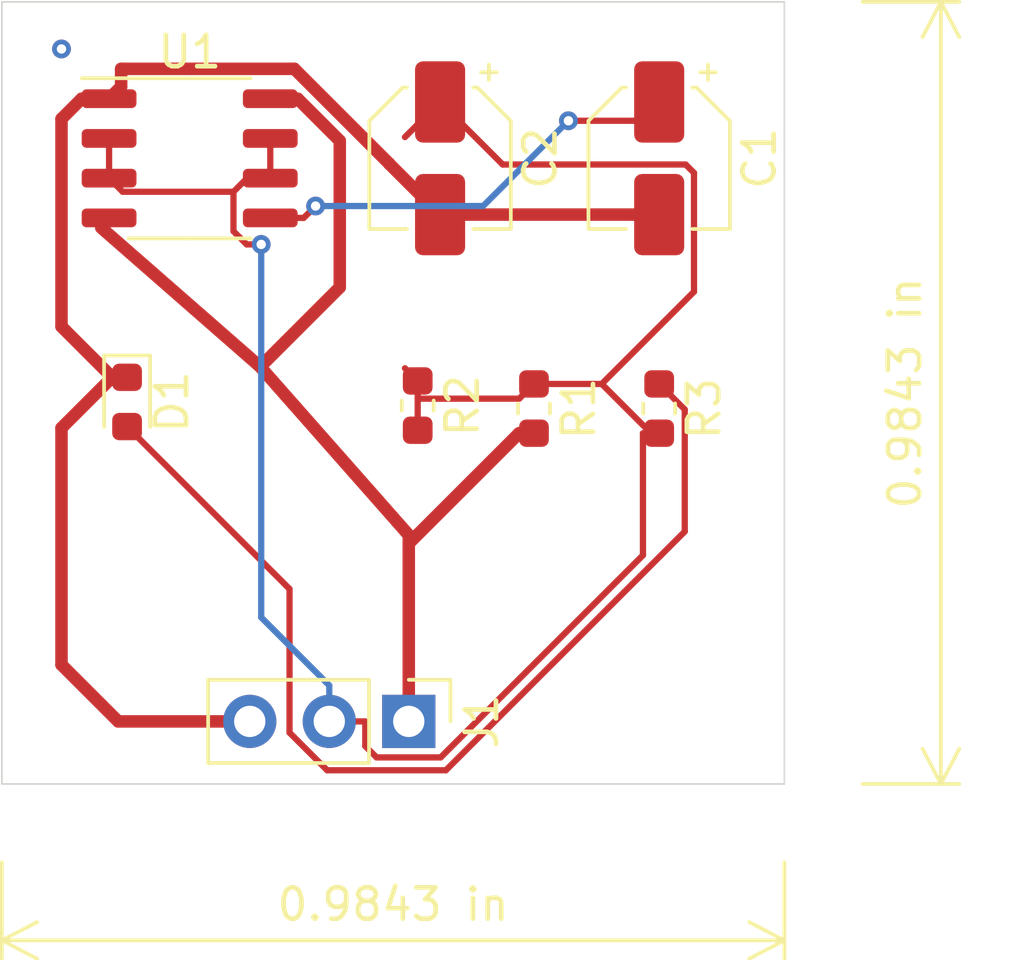
<source format=kicad_pcb>
(kicad_pcb (version 20171130) (host pcbnew "(5.1.5)-3")

  (general
    (thickness 1.6)
    (drawings 6)
    (tracks 97)
    (zones 0)
    (modules 9)
    (nets 6)
  )

  (page A4)
  (layers
    (0 F.Cu signal)
    (31 B.Cu signal)
    (32 B.Adhes user)
    (33 F.Adhes user)
    (34 B.Paste user)
    (35 F.Paste user)
    (36 B.SilkS user)
    (37 F.SilkS user)
    (38 B.Mask user)
    (39 F.Mask user)
    (40 Dwgs.User user)
    (41 Cmts.User user)
    (42 Eco1.User user)
    (43 Eco2.User user)
    (44 Edge.Cuts user)
    (45 Margin user)
    (46 B.CrtYd user)
    (47 F.CrtYd user)
    (48 B.Fab user)
    (49 F.Fab user)
  )

  (setup
    (last_trace_width 0.2)
    (user_trace_width 0.2)
    (user_trace_width 0.4)
    (user_trace_width 0.6)
    (user_trace_width 0.8)
    (user_trace_width 1)
    (user_trace_width 1.2)
    (user_trace_width 1.6)
    (user_trace_width 2)
    (trace_clearance 0.2)
    (zone_clearance 0.508)
    (zone_45_only no)
    (trace_min 0.1524)
    (via_size 0.6)
    (via_drill 0.3)
    (via_min_size 0.5)
    (via_min_drill 0.2)
    (user_via 0.9 0.5)
    (user_via 1.2 0.8)
    (user_via 1.4 0.9)
    (user_via 1.5 1)
    (uvia_size 0.3)
    (uvia_drill 0.1)
    (uvias_allowed no)
    (uvia_min_size 0.2)
    (uvia_min_drill 0.1)
    (edge_width 0.05)
    (segment_width 0.2)
    (pcb_text_width 0.3)
    (pcb_text_size 1.5 1.5)
    (mod_edge_width 0.12)
    (mod_text_size 1 1)
    (mod_text_width 0.15)
    (pad_size 1.524 1.524)
    (pad_drill 0.762)
    (pad_to_mask_clearance 0.051)
    (solder_mask_min_width 0.25)
    (aux_axis_origin 39.5 173)
    (grid_origin 39.5 173)
    (visible_elements 7FFDFF7F)
    (pcbplotparams
      (layerselection 0x010fc_ffffffff)
      (usegerberextensions false)
      (usegerberattributes false)
      (usegerberadvancedattributes false)
      (creategerberjobfile false)
      (excludeedgelayer true)
      (linewidth 0.100000)
      (plotframeref false)
      (viasonmask false)
      (mode 1)
      (useauxorigin false)
      (hpglpennumber 1)
      (hpglpenspeed 20)
      (hpglpendiameter 15.000000)
      (psnegative false)
      (psa4output false)
      (plotreference true)
      (plotvalue true)
      (plotinvisibletext false)
      (padsonsilk false)
      (subtractmaskfromsilk false)
      (outputformat 1)
      (mirror false)
      (drillshape 1)
      (scaleselection 1)
      (outputdirectory ""))
  )

  (net 0 "")
  (net 1 GND)
  (net 2 "Net-(C1-Pad1)")
  (net 3 /OUT)
  (net 4 "Net-(D1-Pad2)")
  (net 5 VCC)

  (net_class Default "これはデフォルトのネット クラスです。"
    (clearance 0.2)
    (trace_width 0.2)
    (via_dia 0.6)
    (via_drill 0.3)
    (uvia_dia 0.3)
    (uvia_drill 0.1)
    (add_net /OUT)
    (add_net GND)
    (add_net "Net-(C1-Pad1)")
    (add_net "Net-(D1-Pad2)")
    (add_net VCC)
  )

  (module MountingHole:MountingHole_3.2mm_M3 (layer F.Cu) (tedit 56D1B4CB) (tstamp 60C29D49)
    (at 60.5 169)
    (descr "Mounting Hole 3.2mm, no annular, M3")
    (tags "mounting hole 3.2mm no annular m3")
    (attr virtual)
    (fp_text reference MH1 (at 0 -4.2) (layer F.SilkS) hide
      (effects (font (size 1 1) (thickness 0.15)))
    )
    (fp_text value MountingHole_3.2mm_M3 (at 0 4.2) (layer F.Fab) hide
      (effects (font (size 1 1) (thickness 0.15)))
    )
    (fp_circle (center 0 0) (end 3.45 0) (layer F.CrtYd) (width 0.05))
    (fp_circle (center 0 0) (end 3.2 0) (layer Cmts.User) (width 0.15))
    (fp_text user %R (at 0.3 0) (layer F.Fab) hide
      (effects (font (size 1 1) (thickness 0.15)))
    )
    (pad 1 np_thru_hole circle (at 0 0) (size 3.2 3.2) (drill 3.2) (layers *.Cu *.Mask))
  )

  (module Capacitor_SMD:CP_Elec_4x4.5 (layer F.Cu) (tedit 5BCA39CF) (tstamp 60C2A59A)
    (at 60.5 153 270)
    (descr "SMD capacitor, aluminum electrolytic, Nichicon, 4.0x4.5mm")
    (tags "capacitor electrolytic")
    (path /60C0B832)
    (attr smd)
    (fp_text reference C1 (at 0 -3.2 90) (layer F.SilkS)
      (effects (font (size 1 1) (thickness 0.15)))
    )
    (fp_text value 0.1u (at 0 3.2 90) (layer F.Fab)
      (effects (font (size 1 1) (thickness 0.15)))
    )
    (fp_text user %R (at 0 0 90) (layer F.Fab)
      (effects (font (size 0.8 0.8) (thickness 0.12)))
    )
    (fp_line (start -3.35 1.05) (end -2.4 1.05) (layer F.CrtYd) (width 0.05))
    (fp_line (start -3.35 -1.05) (end -3.35 1.05) (layer F.CrtYd) (width 0.05))
    (fp_line (start -2.4 -1.05) (end -3.35 -1.05) (layer F.CrtYd) (width 0.05))
    (fp_line (start -2.4 1.05) (end -2.4 1.25) (layer F.CrtYd) (width 0.05))
    (fp_line (start -2.4 -1.25) (end -2.4 -1.05) (layer F.CrtYd) (width 0.05))
    (fp_line (start -2.4 -1.25) (end -1.25 -2.4) (layer F.CrtYd) (width 0.05))
    (fp_line (start -2.4 1.25) (end -1.25 2.4) (layer F.CrtYd) (width 0.05))
    (fp_line (start -1.25 -2.4) (end 2.4 -2.4) (layer F.CrtYd) (width 0.05))
    (fp_line (start -1.25 2.4) (end 2.4 2.4) (layer F.CrtYd) (width 0.05))
    (fp_line (start 2.4 1.05) (end 2.4 2.4) (layer F.CrtYd) (width 0.05))
    (fp_line (start 3.35 1.05) (end 2.4 1.05) (layer F.CrtYd) (width 0.05))
    (fp_line (start 3.35 -1.05) (end 3.35 1.05) (layer F.CrtYd) (width 0.05))
    (fp_line (start 2.4 -1.05) (end 3.35 -1.05) (layer F.CrtYd) (width 0.05))
    (fp_line (start 2.4 -2.4) (end 2.4 -1.05) (layer F.CrtYd) (width 0.05))
    (fp_line (start -2.75 -1.81) (end -2.75 -1.31) (layer F.SilkS) (width 0.12))
    (fp_line (start -3 -1.56) (end -2.5 -1.56) (layer F.SilkS) (width 0.12))
    (fp_line (start -2.26 1.195563) (end -1.195563 2.26) (layer F.SilkS) (width 0.12))
    (fp_line (start -2.26 -1.195563) (end -1.195563 -2.26) (layer F.SilkS) (width 0.12))
    (fp_line (start -2.26 -1.195563) (end -2.26 -1.06) (layer F.SilkS) (width 0.12))
    (fp_line (start -2.26 1.195563) (end -2.26 1.06) (layer F.SilkS) (width 0.12))
    (fp_line (start -1.195563 2.26) (end 2.26 2.26) (layer F.SilkS) (width 0.12))
    (fp_line (start -1.195563 -2.26) (end 2.26 -2.26) (layer F.SilkS) (width 0.12))
    (fp_line (start 2.26 -2.26) (end 2.26 -1.06) (layer F.SilkS) (width 0.12))
    (fp_line (start 2.26 2.26) (end 2.26 1.06) (layer F.SilkS) (width 0.12))
    (fp_line (start -1.374773 -1.2) (end -1.374773 -0.8) (layer F.Fab) (width 0.1))
    (fp_line (start -1.574773 -1) (end -1.174773 -1) (layer F.Fab) (width 0.1))
    (fp_line (start -2.15 1.15) (end -1.15 2.15) (layer F.Fab) (width 0.1))
    (fp_line (start -2.15 -1.15) (end -1.15 -2.15) (layer F.Fab) (width 0.1))
    (fp_line (start -2.15 -1.15) (end -2.15 1.15) (layer F.Fab) (width 0.1))
    (fp_line (start -1.15 2.15) (end 2.15 2.15) (layer F.Fab) (width 0.1))
    (fp_line (start -1.15 -2.15) (end 2.15 -2.15) (layer F.Fab) (width 0.1))
    (fp_line (start 2.15 -2.15) (end 2.15 2.15) (layer F.Fab) (width 0.1))
    (fp_circle (center 0 0) (end 2 0) (layer F.Fab) (width 0.1))
    (pad 2 smd roundrect (at 1.8 0 270) (size 2.6 1.6) (layers F.Cu F.Paste F.Mask) (roundrect_rratio 0.15625)
      (net 1 GND))
    (pad 1 smd roundrect (at -1.8 0 270) (size 2.6 1.6) (layers F.Cu F.Paste F.Mask) (roundrect_rratio 0.15625)
      (net 2 "Net-(C1-Pad1)"))
    (model ${KISYS3DMOD}/Capacitor_SMD.3dshapes/CP_Elec_4x4.5.wrl
      (at (xyz 0 0 0))
      (scale (xyz 1 1 1))
      (rotate (xyz 0 0 0))
    )
  )

  (module Capacitor_SMD:CP_Elec_4x4.5 (layer F.Cu) (tedit 5BCA39CF) (tstamp 60C2A5C2)
    (at 53.5 153 270)
    (descr "SMD capacitor, aluminum electrolytic, Nichicon, 4.0x4.5mm")
    (tags "capacitor electrolytic")
    (path /60C0B2FC)
    (attr smd)
    (fp_text reference C2 (at 0 -3.2 90) (layer F.SilkS)
      (effects (font (size 1 1) (thickness 0.15)))
    )
    (fp_text value 10u (at 0 3.2 90) (layer F.Fab)
      (effects (font (size 1 1) (thickness 0.15)))
    )
    (fp_circle (center 0 0) (end 2 0) (layer F.Fab) (width 0.1))
    (fp_line (start 2.15 -2.15) (end 2.15 2.15) (layer F.Fab) (width 0.1))
    (fp_line (start -1.15 -2.15) (end 2.15 -2.15) (layer F.Fab) (width 0.1))
    (fp_line (start -1.15 2.15) (end 2.15 2.15) (layer F.Fab) (width 0.1))
    (fp_line (start -2.15 -1.15) (end -2.15 1.15) (layer F.Fab) (width 0.1))
    (fp_line (start -2.15 -1.15) (end -1.15 -2.15) (layer F.Fab) (width 0.1))
    (fp_line (start -2.15 1.15) (end -1.15 2.15) (layer F.Fab) (width 0.1))
    (fp_line (start -1.574773 -1) (end -1.174773 -1) (layer F.Fab) (width 0.1))
    (fp_line (start -1.374773 -1.2) (end -1.374773 -0.8) (layer F.Fab) (width 0.1))
    (fp_line (start 2.26 2.26) (end 2.26 1.06) (layer F.SilkS) (width 0.12))
    (fp_line (start 2.26 -2.26) (end 2.26 -1.06) (layer F.SilkS) (width 0.12))
    (fp_line (start -1.195563 -2.26) (end 2.26 -2.26) (layer F.SilkS) (width 0.12))
    (fp_line (start -1.195563 2.26) (end 2.26 2.26) (layer F.SilkS) (width 0.12))
    (fp_line (start -2.26 1.195563) (end -2.26 1.06) (layer F.SilkS) (width 0.12))
    (fp_line (start -2.26 -1.195563) (end -2.26 -1.06) (layer F.SilkS) (width 0.12))
    (fp_line (start -2.26 -1.195563) (end -1.195563 -2.26) (layer F.SilkS) (width 0.12))
    (fp_line (start -2.26 1.195563) (end -1.195563 2.26) (layer F.SilkS) (width 0.12))
    (fp_line (start -3 -1.56) (end -2.5 -1.56) (layer F.SilkS) (width 0.12))
    (fp_line (start -2.75 -1.81) (end -2.75 -1.31) (layer F.SilkS) (width 0.12))
    (fp_line (start 2.4 -2.4) (end 2.4 -1.05) (layer F.CrtYd) (width 0.05))
    (fp_line (start 2.4 -1.05) (end 3.35 -1.05) (layer F.CrtYd) (width 0.05))
    (fp_line (start 3.35 -1.05) (end 3.35 1.05) (layer F.CrtYd) (width 0.05))
    (fp_line (start 3.35 1.05) (end 2.4 1.05) (layer F.CrtYd) (width 0.05))
    (fp_line (start 2.4 1.05) (end 2.4 2.4) (layer F.CrtYd) (width 0.05))
    (fp_line (start -1.25 2.4) (end 2.4 2.4) (layer F.CrtYd) (width 0.05))
    (fp_line (start -1.25 -2.4) (end 2.4 -2.4) (layer F.CrtYd) (width 0.05))
    (fp_line (start -2.4 1.25) (end -1.25 2.4) (layer F.CrtYd) (width 0.05))
    (fp_line (start -2.4 -1.25) (end -1.25 -2.4) (layer F.CrtYd) (width 0.05))
    (fp_line (start -2.4 -1.25) (end -2.4 -1.05) (layer F.CrtYd) (width 0.05))
    (fp_line (start -2.4 1.05) (end -2.4 1.25) (layer F.CrtYd) (width 0.05))
    (fp_line (start -2.4 -1.05) (end -3.35 -1.05) (layer F.CrtYd) (width 0.05))
    (fp_line (start -3.35 -1.05) (end -3.35 1.05) (layer F.CrtYd) (width 0.05))
    (fp_line (start -3.35 1.05) (end -2.4 1.05) (layer F.CrtYd) (width 0.05))
    (fp_text user %R (at 0 0 90) (layer F.Fab)
      (effects (font (size 0.8 0.8) (thickness 0.12)))
    )
    (pad 1 smd roundrect (at -1.8 0 270) (size 2.6 1.6) (layers F.Cu F.Paste F.Mask) (roundrect_rratio 0.15625)
      (net 3 /OUT))
    (pad 2 smd roundrect (at 1.8 0 270) (size 2.6 1.6) (layers F.Cu F.Paste F.Mask) (roundrect_rratio 0.15625)
      (net 1 GND))
    (model ${KISYS3DMOD}/Capacitor_SMD.3dshapes/CP_Elec_4x4.5.wrl
      (at (xyz 0 0 0))
      (scale (xyz 1 1 1))
      (rotate (xyz 0 0 0))
    )
  )

  (module LED_SMD:LED_0603_1608Metric (layer F.Cu) (tedit 5B301BBE) (tstamp 60C2A5D5)
    (at 43.5 160.788 270)
    (descr "LED SMD 0603 (1608 Metric), square (rectangular) end terminal, IPC_7351 nominal, (Body size source: http://www.tortai-tech.com/upload/download/2011102023233369053.pdf), generated with kicad-footprint-generator")
    (tags diode)
    (path /60C0BC49)
    (attr smd)
    (fp_text reference D1 (at 0 -1.43 90) (layer F.SilkS)
      (effects (font (size 1 1) (thickness 0.15)))
    )
    (fp_text value LED (at 0 1.43 90) (layer F.Fab)
      (effects (font (size 1 1) (thickness 0.15)))
    )
    (fp_line (start 0.8 -0.4) (end -0.5 -0.4) (layer F.Fab) (width 0.1))
    (fp_line (start -0.5 -0.4) (end -0.8 -0.1) (layer F.Fab) (width 0.1))
    (fp_line (start -0.8 -0.1) (end -0.8 0.4) (layer F.Fab) (width 0.1))
    (fp_line (start -0.8 0.4) (end 0.8 0.4) (layer F.Fab) (width 0.1))
    (fp_line (start 0.8 0.4) (end 0.8 -0.4) (layer F.Fab) (width 0.1))
    (fp_line (start 0.8 -0.735) (end -1.485 -0.735) (layer F.SilkS) (width 0.12))
    (fp_line (start -1.485 -0.735) (end -1.485 0.735) (layer F.SilkS) (width 0.12))
    (fp_line (start -1.485 0.735) (end 0.8 0.735) (layer F.SilkS) (width 0.12))
    (fp_line (start -1.48 0.73) (end -1.48 -0.73) (layer F.CrtYd) (width 0.05))
    (fp_line (start -1.48 -0.73) (end 1.48 -0.73) (layer F.CrtYd) (width 0.05))
    (fp_line (start 1.48 -0.73) (end 1.48 0.73) (layer F.CrtYd) (width 0.05))
    (fp_line (start 1.48 0.73) (end -1.48 0.73) (layer F.CrtYd) (width 0.05))
    (fp_text user %R (at 0 0 90) (layer F.Fab)
      (effects (font (size 0.4 0.4) (thickness 0.06)))
    )
    (pad 1 smd roundrect (at -0.7875 0 270) (size 0.875 0.95) (layers F.Cu F.Paste F.Mask) (roundrect_rratio 0.25)
      (net 1 GND))
    (pad 2 smd roundrect (at 0.7875 0 270) (size 0.875 0.95) (layers F.Cu F.Paste F.Mask) (roundrect_rratio 0.25)
      (net 4 "Net-(D1-Pad2)"))
    (model ${KISYS3DMOD}/LED_SMD.3dshapes/LED_0603_1608Metric.wrl
      (at (xyz 0 0 0))
      (scale (xyz 1 1 1))
      (rotate (xyz 0 0 0))
    )
  )

  (module Connector_PinHeader_2.54mm:PinHeader_1x03_P2.54mm_Vertical (layer F.Cu) (tedit 59FED5CC) (tstamp 60C2A5EC)
    (at 52.5 171 270)
    (descr "Through hole straight pin header, 1x03, 2.54mm pitch, single row")
    (tags "Through hole pin header THT 1x03 2.54mm single row")
    (path /60C2C4A7)
    (fp_text reference J1 (at 0 -2.33 90) (layer F.SilkS)
      (effects (font (size 1 1) (thickness 0.15)))
    )
    (fp_text value Conn_01x03_Male (at 0 7.41 90) (layer F.Fab)
      (effects (font (size 1 1) (thickness 0.15)))
    )
    (fp_line (start -0.635 -1.27) (end 1.27 -1.27) (layer F.Fab) (width 0.1))
    (fp_line (start 1.27 -1.27) (end 1.27 6.35) (layer F.Fab) (width 0.1))
    (fp_line (start 1.27 6.35) (end -1.27 6.35) (layer F.Fab) (width 0.1))
    (fp_line (start -1.27 6.35) (end -1.27 -0.635) (layer F.Fab) (width 0.1))
    (fp_line (start -1.27 -0.635) (end -0.635 -1.27) (layer F.Fab) (width 0.1))
    (fp_line (start -1.33 6.41) (end 1.33 6.41) (layer F.SilkS) (width 0.12))
    (fp_line (start -1.33 1.27) (end -1.33 6.41) (layer F.SilkS) (width 0.12))
    (fp_line (start 1.33 1.27) (end 1.33 6.41) (layer F.SilkS) (width 0.12))
    (fp_line (start -1.33 1.27) (end 1.33 1.27) (layer F.SilkS) (width 0.12))
    (fp_line (start -1.33 0) (end -1.33 -1.33) (layer F.SilkS) (width 0.12))
    (fp_line (start -1.33 -1.33) (end 0 -1.33) (layer F.SilkS) (width 0.12))
    (fp_line (start -1.8 -1.8) (end -1.8 6.85) (layer F.CrtYd) (width 0.05))
    (fp_line (start -1.8 6.85) (end 1.8 6.85) (layer F.CrtYd) (width 0.05))
    (fp_line (start 1.8 6.85) (end 1.8 -1.8) (layer F.CrtYd) (width 0.05))
    (fp_line (start 1.8 -1.8) (end -1.8 -1.8) (layer F.CrtYd) (width 0.05))
    (fp_text user %R (at 0 2.54) (layer F.Fab)
      (effects (font (size 1 1) (thickness 0.15)))
    )
    (pad 1 thru_hole rect (at 0 0 270) (size 1.7 1.7) (drill 1) (layers *.Cu *.Mask)
      (net 5 VCC))
    (pad 2 thru_hole oval (at 0 2.54 270) (size 1.7 1.7) (drill 1) (layers *.Cu *.Mask)
      (net 3 /OUT))
    (pad 3 thru_hole oval (at 0 5.08 270) (size 1.7 1.7) (drill 1) (layers *.Cu *.Mask)
      (net 1 GND))
    (model ${KISYS3DMOD}/Connector_PinHeader_2.54mm.3dshapes/PinHeader_1x03_P2.54mm_Vertical.wrl
      (at (xyz 0 0 0))
      (scale (xyz 1 1 1))
      (rotate (xyz 0 0 0))
    )
  )

  (module Resistor_SMD:R_0603_1608Metric (layer F.Cu) (tedit 5B301BBD) (tstamp 60C2A5FD)
    (at 56.5 161 270)
    (descr "Resistor SMD 0603 (1608 Metric), square (rectangular) end terminal, IPC_7351 nominal, (Body size source: http://www.tortai-tech.com/upload/download/2011102023233369053.pdf), generated with kicad-footprint-generator")
    (tags resistor)
    (path /60C34DCF)
    (attr smd)
    (fp_text reference R1 (at 0 -1.43 90) (layer F.SilkS)
      (effects (font (size 1 1) (thickness 0.15)))
    )
    (fp_text value 330 (at 0 1.43 90) (layer F.Fab)
      (effects (font (size 1 1) (thickness 0.15)))
    )
    (fp_line (start -0.8 0.4) (end -0.8 -0.4) (layer F.Fab) (width 0.1))
    (fp_line (start -0.8 -0.4) (end 0.8 -0.4) (layer F.Fab) (width 0.1))
    (fp_line (start 0.8 -0.4) (end 0.8 0.4) (layer F.Fab) (width 0.1))
    (fp_line (start 0.8 0.4) (end -0.8 0.4) (layer F.Fab) (width 0.1))
    (fp_line (start -0.162779 -0.51) (end 0.162779 -0.51) (layer F.SilkS) (width 0.12))
    (fp_line (start -0.162779 0.51) (end 0.162779 0.51) (layer F.SilkS) (width 0.12))
    (fp_line (start -1.48 0.73) (end -1.48 -0.73) (layer F.CrtYd) (width 0.05))
    (fp_line (start -1.48 -0.73) (end 1.48 -0.73) (layer F.CrtYd) (width 0.05))
    (fp_line (start 1.48 -0.73) (end 1.48 0.73) (layer F.CrtYd) (width 0.05))
    (fp_line (start 1.48 0.73) (end -1.48 0.73) (layer F.CrtYd) (width 0.05))
    (fp_text user %R (at 0 0 90) (layer F.Fab)
      (effects (font (size 0.4 0.4) (thickness 0.06)))
    )
    (pad 1 smd roundrect (at -0.7875 0 270) (size 0.875 0.95) (layers F.Cu F.Paste F.Mask) (roundrect_rratio 0.25)
      (net 3 /OUT))
    (pad 2 smd roundrect (at 0.7875 0 270) (size 0.875 0.95) (layers F.Cu F.Paste F.Mask) (roundrect_rratio 0.25)
      (net 5 VCC))
    (model ${KISYS3DMOD}/Resistor_SMD.3dshapes/R_0603_1608Metric.wrl
      (at (xyz 0 0 0))
      (scale (xyz 1 1 1))
      (rotate (xyz 0 0 0))
    )
  )

  (module Resistor_SMD:R_0603_1608Metric (layer F.Cu) (tedit 5B301BBD) (tstamp 60C2A60E)
    (at 52.785 160.905 270)
    (descr "Resistor SMD 0603 (1608 Metric), square (rectangular) end terminal, IPC_7351 nominal, (Body size source: http://www.tortai-tech.com/upload/download/2011102023233369053.pdf), generated with kicad-footprint-generator")
    (tags resistor)
    (path /60C371C9)
    (attr smd)
    (fp_text reference R2 (at 0 -1.43 90) (layer F.SilkS)
      (effects (font (size 1 1) (thickness 0.15)))
    )
    (fp_text value 47K (at 0 1.43 90) (layer F.Fab)
      (effects (font (size 1 1) (thickness 0.15)))
    )
    (fp_text user %R (at 0 0 90) (layer F.Fab)
      (effects (font (size 0.4 0.4) (thickness 0.06)))
    )
    (fp_line (start 1.48 0.73) (end -1.48 0.73) (layer F.CrtYd) (width 0.05))
    (fp_line (start 1.48 -0.73) (end 1.48 0.73) (layer F.CrtYd) (width 0.05))
    (fp_line (start -1.48 -0.73) (end 1.48 -0.73) (layer F.CrtYd) (width 0.05))
    (fp_line (start -1.48 0.73) (end -1.48 -0.73) (layer F.CrtYd) (width 0.05))
    (fp_line (start -0.162779 0.51) (end 0.162779 0.51) (layer F.SilkS) (width 0.12))
    (fp_line (start -0.162779 -0.51) (end 0.162779 -0.51) (layer F.SilkS) (width 0.12))
    (fp_line (start 0.8 0.4) (end -0.8 0.4) (layer F.Fab) (width 0.1))
    (fp_line (start 0.8 -0.4) (end 0.8 0.4) (layer F.Fab) (width 0.1))
    (fp_line (start -0.8 -0.4) (end 0.8 -0.4) (layer F.Fab) (width 0.1))
    (fp_line (start -0.8 0.4) (end -0.8 -0.4) (layer F.Fab) (width 0.1))
    (pad 2 smd roundrect (at 0.7875 0 270) (size 0.875 0.95) (layers F.Cu F.Paste F.Mask) (roundrect_rratio 0.25)
      (net 3 /OUT))
    (pad 1 smd roundrect (at -0.7875 0 270) (size 0.875 0.95) (layers F.Cu F.Paste F.Mask) (roundrect_rratio 0.25)
      (net 3 /OUT))
    (model ${KISYS3DMOD}/Resistor_SMD.3dshapes/R_0603_1608Metric.wrl
      (at (xyz 0 0 0))
      (scale (xyz 1 1 1))
      (rotate (xyz 0 0 0))
    )
  )

  (module Resistor_SMD:R_0603_1608Metric (layer F.Cu) (tedit 5B301BBD) (tstamp 60C2A61F)
    (at 60.5 161 270)
    (descr "Resistor SMD 0603 (1608 Metric), square (rectangular) end terminal, IPC_7351 nominal, (Body size source: http://www.tortai-tech.com/upload/download/2011102023233369053.pdf), generated with kicad-footprint-generator")
    (tags resistor)
    (path /60C3728A)
    (attr smd)
    (fp_text reference R3 (at 0 -1.43 90) (layer F.SilkS)
      (effects (font (size 1 1) (thickness 0.15)))
    )
    (fp_text value 330 (at 0 1.43 90) (layer F.Fab)
      (effects (font (size 1 1) (thickness 0.15)))
    )
    (fp_line (start -0.8 0.4) (end -0.8 -0.4) (layer F.Fab) (width 0.1))
    (fp_line (start -0.8 -0.4) (end 0.8 -0.4) (layer F.Fab) (width 0.1))
    (fp_line (start 0.8 -0.4) (end 0.8 0.4) (layer F.Fab) (width 0.1))
    (fp_line (start 0.8 0.4) (end -0.8 0.4) (layer F.Fab) (width 0.1))
    (fp_line (start -0.162779 -0.51) (end 0.162779 -0.51) (layer F.SilkS) (width 0.12))
    (fp_line (start -0.162779 0.51) (end 0.162779 0.51) (layer F.SilkS) (width 0.12))
    (fp_line (start -1.48 0.73) (end -1.48 -0.73) (layer F.CrtYd) (width 0.05))
    (fp_line (start -1.48 -0.73) (end 1.48 -0.73) (layer F.CrtYd) (width 0.05))
    (fp_line (start 1.48 -0.73) (end 1.48 0.73) (layer F.CrtYd) (width 0.05))
    (fp_line (start 1.48 0.73) (end -1.48 0.73) (layer F.CrtYd) (width 0.05))
    (fp_text user %R (at 0 0) (layer F.Fab)
      (effects (font (size 0.4 0.4) (thickness 0.06)))
    )
    (pad 1 smd roundrect (at -0.7875 0 270) (size 0.875 0.95) (layers F.Cu F.Paste F.Mask) (roundrect_rratio 0.25)
      (net 4 "Net-(D1-Pad2)"))
    (pad 2 smd roundrect (at 0.7875 0 270) (size 0.875 0.95) (layers F.Cu F.Paste F.Mask) (roundrect_rratio 0.25)
      (net 3 /OUT))
    (model ${KISYS3DMOD}/Resistor_SMD.3dshapes/R_0603_1608Metric.wrl
      (at (xyz 0 0 0))
      (scale (xyz 1 1 1))
      (rotate (xyz 0 0 0))
    )
  )

  (module Package_SO:SO-8_3.9x4.9mm_P1.27mm (layer F.Cu) (tedit 5D9F72B1) (tstamp 60C2A639)
    (at 45.5 153)
    (descr "SO, 8 Pin (https://www.nxp.com/docs/en/data-sheet/PCF8523.pdf), generated with kicad-footprint-generator ipc_gullwing_generator.py")
    (tags "SO SO")
    (path /60C60BCA)
    (attr smd)
    (fp_text reference U1 (at 0 -3.4) (layer F.SilkS)
      (effects (font (size 1 1) (thickness 0.15)))
    )
    (fp_text value LM555 (at 0 3.4) (layer F.Fab)
      (effects (font (size 1 1) (thickness 0.15)))
    )
    (fp_line (start 0 2.56) (end 1.95 2.56) (layer F.SilkS) (width 0.12))
    (fp_line (start 0 2.56) (end -1.95 2.56) (layer F.SilkS) (width 0.12))
    (fp_line (start 0 -2.56) (end 1.95 -2.56) (layer F.SilkS) (width 0.12))
    (fp_line (start 0 -2.56) (end -3.45 -2.56) (layer F.SilkS) (width 0.12))
    (fp_line (start -0.975 -2.45) (end 1.95 -2.45) (layer F.Fab) (width 0.1))
    (fp_line (start 1.95 -2.45) (end 1.95 2.45) (layer F.Fab) (width 0.1))
    (fp_line (start 1.95 2.45) (end -1.95 2.45) (layer F.Fab) (width 0.1))
    (fp_line (start -1.95 2.45) (end -1.95 -1.475) (layer F.Fab) (width 0.1))
    (fp_line (start -1.95 -1.475) (end -0.975 -2.45) (layer F.Fab) (width 0.1))
    (fp_line (start -3.7 -2.7) (end -3.7 2.7) (layer F.CrtYd) (width 0.05))
    (fp_line (start -3.7 2.7) (end 3.7 2.7) (layer F.CrtYd) (width 0.05))
    (fp_line (start 3.7 2.7) (end 3.7 -2.7) (layer F.CrtYd) (width 0.05))
    (fp_line (start 3.7 -2.7) (end -3.7 -2.7) (layer F.CrtYd) (width 0.05))
    (fp_text user %R (at 0 0) (layer F.Fab)
      (effects (font (size 0.98 0.98) (thickness 0.15)))
    )
    (pad 1 smd roundrect (at -2.575 -1.905) (size 1.75 0.6) (layers F.Cu F.Paste F.Mask) (roundrect_rratio 0.25)
      (net 1 GND))
    (pad 2 smd roundrect (at -2.575 -0.635) (size 1.75 0.6) (layers F.Cu F.Paste F.Mask) (roundrect_rratio 0.25)
      (net 3 /OUT))
    (pad 3 smd roundrect (at -2.575 0.635) (size 1.75 0.6) (layers F.Cu F.Paste F.Mask) (roundrect_rratio 0.25)
      (net 3 /OUT))
    (pad 4 smd roundrect (at -2.575 1.905) (size 1.75 0.6) (layers F.Cu F.Paste F.Mask) (roundrect_rratio 0.25)
      (net 5 VCC))
    (pad 5 smd roundrect (at 2.575 1.905) (size 1.75 0.6) (layers F.Cu F.Paste F.Mask) (roundrect_rratio 0.25)
      (net 2 "Net-(C1-Pad1)"))
    (pad 6 smd roundrect (at 2.575 0.635) (size 1.75 0.6) (layers F.Cu F.Paste F.Mask) (roundrect_rratio 0.25)
      (net 3 /OUT))
    (pad 7 smd roundrect (at 2.575 -0.635) (size 1.75 0.6) (layers F.Cu F.Paste F.Mask) (roundrect_rratio 0.25)
      (net 3 /OUT))
    (pad 8 smd roundrect (at 2.575 -1.905) (size 1.75 0.6) (layers F.Cu F.Paste F.Mask) (roundrect_rratio 0.25)
      (net 5 VCC))
    (model ${KISYS3DMOD}/Package_SO.3dshapes/SO-8_3.9x4.9mm_P1.27mm.wrl
      (at (xyz 0 0 0))
      (scale (xyz 1 1 1))
      (rotate (xyz 0 0 0))
    )
  )

  (dimension 25 (width 0.12) (layer F.SilkS)
    (gr_text "25.000 mm" (at 70.77 160.5 270) (layer F.SilkS)
      (effects (font (size 1 1) (thickness 0.15)))
    )
    (feature1 (pts (xy 67 173) (xy 70.086421 173)))
    (feature2 (pts (xy 67 148) (xy 70.086421 148)))
    (crossbar (pts (xy 69.5 148) (xy 69.5 173)))
    (arrow1a (pts (xy 69.5 173) (xy 68.913579 171.873496)))
    (arrow1b (pts (xy 69.5 173) (xy 70.086421 171.873496)))
    (arrow2a (pts (xy 69.5 148) (xy 68.913579 149.126504)))
    (arrow2b (pts (xy 69.5 148) (xy 70.086421 149.126504)))
  )
  (dimension 25 (width 0.12) (layer F.SilkS)
    (gr_text "25.000 mm" (at 52 179.27) (layer F.SilkS)
      (effects (font (size 1 1) (thickness 0.15)))
    )
    (feature1 (pts (xy 64.5 175.5) (xy 64.5 178.586421)))
    (feature2 (pts (xy 39.5 175.5) (xy 39.5 178.586421)))
    (crossbar (pts (xy 39.5 178) (xy 64.5 178)))
    (arrow1a (pts (xy 64.5 178) (xy 63.373496 178.586421)))
    (arrow1b (pts (xy 64.5 178) (xy 63.373496 177.413579)))
    (arrow2a (pts (xy 39.5 178) (xy 40.626504 178.586421)))
    (arrow2b (pts (xy 39.5 178) (xy 40.626504 177.413579)))
  )
  (gr_line (start 39.5 148) (end 39.5 173) (layer Edge.Cuts) (width 0.05) (tstamp 60C1A200))
  (gr_line (start 64.5 148) (end 39.5 148) (layer Edge.Cuts) (width 0.05))
  (gr_line (start 64.5 173) (end 64.5 148) (layer Edge.Cuts) (width 0.05))
  (gr_line (start 39.5 173) (end 64.5 173) (layer Edge.Cuts) (width 0.05))

  (via (at 41.405 149.505) (size 0.6) (drill 0.3) (layers F.Cu B.Cu) (net 1))
  (segment (start 53.5 154.8) (end 60.5 154.8) (width 0.4) (layer F.Cu) (net 1))
  (segment (start 53.5 154.8) (end 51.8783 153.178) (width 0.4) (layer F.Cu) (net 1))
  (segment (start 51.8783 153.178) (end 51.8783 153.175) (width 0.4) (layer F.Cu) (net 1))
  (segment (start 51.8783 153.175) (end 48.8435 150.14) (width 0.4) (layer F.Cu) (net 1))
  (segment (start 48.8435 150.14) (end 43.31 150.14) (width 0.4) (layer F.Cu) (net 1))
  (segment (start 43.31 150.14) (end 43.31 150.71) (width 0.4) (layer F.Cu) (net 1))
  (segment (start 43.31 150.71) (end 42.925 151.095) (width 0.4) (layer F.Cu) (net 1))
  (segment (start 43.025 160) (end 41.405 158.38) (width 0.4) (layer F.Cu) (net 1))
  (segment (start 41.405 158.38) (end 41.405 151.74) (width 0.4) (layer F.Cu) (net 1))
  (segment (start 41.405 151.74) (end 42.05 151.095) (width 0.4) (layer F.Cu) (net 1))
  (segment (start 42.05 151.095) (end 42.925 151.095) (width 0.4) (layer F.Cu) (net 1))
  (segment (start 47.42 171) (end 43.215 171) (width 0.4) (layer F.Cu) (net 1))
  (segment (start 43.215 171) (end 41.405 169.19) (width 0.4) (layer F.Cu) (net 1))
  (segment (start 41.405 169.19) (end 41.405 161.62) (width 0.4) (layer F.Cu) (net 1))
  (segment (start 41.405 161.62) (end 43.025 160) (width 0.4) (layer F.Cu) (net 1))
  (segment (start 43.025 160) (end 43.5 160) (width 0.4) (layer F.Cu) (net 1))
  (segment (start 57.6 151.8) (end 59.9 151.8) (width 0.2) (layer F.Cu) (net 2))
  (segment (start 59.9 151.8) (end 60.5 151.2) (width 0.2) (layer F.Cu) (net 2))
  (segment (start 49.5228 154.526) (end 54.874 154.526) (width 0.2) (layer B.Cu) (net 2))
  (segment (start 54.874 154.526) (end 57.6 151.8) (width 0.2) (layer B.Cu) (net 2))
  (segment (start 48.075 154.905) (end 49.1438 154.905) (width 0.2) (layer F.Cu) (net 2))
  (segment (start 49.1438 154.905) (end 49.5228 154.526) (width 0.2) (layer F.Cu) (net 2))
  (segment (start 48.075 154.905) (end 47.8123 154.905) (width 0.2) (layer F.Cu) (net 2))
  (via (at 57.6 151.8) (size 0.6) (layers F.Cu B.Cu) (net 2))
  (via (at 49.5228 154.526) (size 0.6) (layers F.Cu B.Cu) (net 2))
  (segment (start 49.96 171) (end 51.1103 171) (width 0.2) (layer F.Cu) (net 3))
  (segment (start 51.1103 171) (end 51.1103 171.7909) (width 0.2) (layer F.Cu) (net 3))
  (segment (start 51.1103 171.7909) (end 51.4697 172.1503) (width 0.2) (layer F.Cu) (net 3))
  (segment (start 51.4697 172.1503) (end 53.5186 172.1503) (width 0.2) (layer F.Cu) (net 3))
  (segment (start 53.5186 172.1503) (end 59.9817 165.6872) (width 0.2) (layer F.Cu) (net 3))
  (segment (start 59.9817 165.6872) (end 59.9817 161.788) (width 0.2) (layer F.Cu) (net 3))
  (segment (start 58.6651 160.2125) (end 56.5 160.2125) (width 0.2) (layer F.Cu) (net 3))
  (segment (start 60.2406 161.788) (end 58.6651 160.2125) (width 0.2) (layer F.Cu) (net 3))
  (segment (start 58.6651 160.2125) (end 61.6121 157.2655) (width 0.2) (layer F.Cu) (net 3))
  (segment (start 61.6121 157.2655) (end 61.6121 153.4654) (width 0.2) (layer F.Cu) (net 3))
  (segment (start 61.6121 153.4654) (end 61.3454 153.1987) (width 0.2) (layer F.Cu) (net 3))
  (segment (start 61.3454 153.1987) (end 55.4987 153.1987) (width 0.2) (layer F.Cu) (net 3))
  (segment (start 55.4987 153.1987) (end 53.5 151.2) (width 0.2) (layer F.Cu) (net 3))
  (segment (start 60.2406 161.788) (end 60.4995 161.788) (width 0.2) (layer F.Cu) (net 3))
  (segment (start 59.9817 161.788) (end 60.2406 161.788) (width 0.2) (layer F.Cu) (net 3))
  (segment (start 52.785 160.6835) (end 56.029 160.6835) (width 0.2) (layer F.Cu) (net 3))
  (segment (start 56.029 160.6835) (end 56.5 160.2125) (width 0.2) (layer F.Cu) (net 3))
  (segment (start 52.785 160.6835) (end 52.785 161.692) (width 0.2) (layer F.Cu) (net 3))
  (segment (start 52.7848 160.1177) (end 52.785 160.118) (width 0.2) (layer F.Cu) (net 3))
  (segment (start 52.785 160.118) (end 52.785 160.6835) (width 0.2) (layer F.Cu) (net 3))
  (segment (start 49.96 171) (end 49.96 169.8497) (width 0.2) (layer B.Cu) (net 3))
  (segment (start 46.899 154.0696) (end 43.3596 154.0696) (width 0.2) (layer F.Cu) (net 3))
  (segment (start 43.3596 154.0696) (end 42.925 153.635) (width 0.2) (layer F.Cu) (net 3))
  (segment (start 48.075 153.635) (end 47.3336 153.635) (width 0.2) (layer F.Cu) (net 3))
  (segment (start 47.3336 153.635) (end 46.899 154.0696) (width 0.2) (layer F.Cu) (net 3))
  (segment (start 46.899 154.0696) (end 46.899 155.3317) (width 0.2) (layer F.Cu) (net 3))
  (segment (start 46.899 155.3317) (end 47.3201 155.7528) (width 0.2) (layer F.Cu) (net 3))
  (segment (start 47.3201 155.7528) (end 47.7855 155.7528) (width 0.2) (layer F.Cu) (net 3))
  (segment (start 47.7855 155.7528) (end 47.7855 167.6752) (width 0.2) (layer B.Cu) (net 3))
  (segment (start 47.7855 167.6752) (end 49.96 169.8497) (width 0.2) (layer B.Cu) (net 3))
  (segment (start 52.785 161.6925) (end 52.785 161.692) (width 0.2) (layer F.Cu) (net 3))
  (segment (start 52.3783 159.711) (end 52.7848 160.1177) (width 0.2) (layer F.Cu) (net 3))
  (segment (start 52.785 160.1175) (end 52.7848 160.1177) (width 0.2) (layer F.Cu) (net 3))
  (segment (start 47.928 152.365) (end 48.075 152.512) (width 0.2) (layer F.Cu) (net 3))
  (segment (start 48.075 152.512) (end 48.075 153.635) (width 0.2) (layer F.Cu) (net 3))
  (segment (start 42.925 153.635) (end 42.925 152.365) (width 0.2) (layer F.Cu) (net 3))
  (segment (start 47.7809 152.365) (end 47.928 152.365) (width 0.2) (layer F.Cu) (net 3))
  (segment (start 60.4995 161.788) (end 60.5 161.7875) (width 0.2) (layer F.Cu) (net 3))
  (segment (start 60.4995 161.788) (end 60.5 161.788) (width 0.2) (layer F.Cu) (net 3))
  (segment (start 47.928 152.365) (end 48.075 152.365) (width 0.2) (layer F.Cu) (net 3))
  (segment (start 52.3783 152.322) (end 53.5 151.2) (width 0.2) (layer F.Cu) (net 3))
  (segment (start 48.075 153.635) (end 48.3718 153.635) (width 0.2) (layer F.Cu) (net 3))
  (via (at 47.7855 155.7528) (size 0.6) (layers F.Cu B.Cu) (net 3))
  (segment (start 60.5002 160.2123) (end 61.3168 161.029) (width 0.2) (layer F.Cu) (net 4))
  (segment (start 61.3168 161.029) (end 61.3168 164.9298) (width 0.2) (layer F.Cu) (net 4))
  (segment (start 61.3168 164.9298) (end 53.685 172.5616) (width 0.2) (layer F.Cu) (net 4))
  (segment (start 53.685 172.5616) (end 49.8931 172.5616) (width 0.2) (layer F.Cu) (net 4))
  (segment (start 49.8931 172.5616) (end 48.69 171.3585) (width 0.2) (layer F.Cu) (net 4))
  (segment (start 48.69 171.3585) (end 48.69 166.7655) (width 0.2) (layer F.Cu) (net 4))
  (segment (start 48.69 166.7655) (end 43.5 161.5755) (width 0.2) (layer F.Cu) (net 4))
  (segment (start 60.5 160.212) (end 60.5002 160.2123) (width 0.2) (layer F.Cu) (net 4))
  (segment (start 60.5 160.2125) (end 60.5002 160.2123) (width 0.2) (layer F.Cu) (net 4))
  (segment (start 56.5 161.788) (end 56.5 161.7875) (width 0.2) (layer F.Cu) (net 5))
  (segment (start 56.4999 161.788) (end 56.5 161.788) (width 0.4) (layer F.Cu) (net 5))
  (segment (start 56.4998 161.788) (end 56.4999 161.788) (width 0.4) (layer F.Cu) (net 5))
  (segment (start 56.4999 161.788) (end 56.5 161.788) (width 0.2) (layer F.Cu) (net 5))
  (segment (start 56.4998 161.788) (end 56.4999 161.788) (width 0.2) (layer F.Cu) (net 5))
  (segment (start 56.4995 161.788) (end 56.4998 161.788) (width 0.2) (layer F.Cu) (net 5))
  (segment (start 56.4995 161.788) (end 56.4998 161.788) (width 0.4) (layer F.Cu) (net 5))
  (segment (start 48.075 151.095) (end 48.95 151.095) (width 0.4) (layer F.Cu) (net 5))
  (segment (start 48.95 151.095) (end 50.295 152.44) (width 0.4) (layer F.Cu) (net 5))
  (segment (start 50.295 152.44) (end 50.295 157.125) (width 0.4) (layer F.Cu) (net 5))
  (segment (start 50.295 157.125) (end 47.755 159.665) (width 0.4) (layer F.Cu) (net 5))
  (segment (start 47.755 159.665) (end 42.675 155.22) (width 0.4) (layer F.Cu) (net 5))
  (segment (start 52.5 171) (end 52.5 165.312) (width 0.4) (layer F.Cu) (net 5))
  (segment (start 52.5 165.312) (end 52.5 165.045) (width 0.4) (layer F.Cu) (net 5))
  (segment (start 52.5 165.045) (end 47.755 159.665) (width 0.4) (layer F.Cu) (net 5))
  (segment (start 52.5 165.312) (end 56.025 161.788) (width 0.4) (layer F.Cu) (net 5))
  (segment (start 56.025 161.788) (end 56.4995 161.788) (width 0.4) (layer F.Cu) (net 5))
  (segment (start 42.925 154.905) (end 42.675 155.155) (width 0.2) (layer F.Cu) (net 5))
  (segment (start 42.675 155.155) (end 42.675 155.22) (width 0.2) (layer F.Cu) (net 5))

  (zone (net 1) (net_name GND) (layer F.Cu) (tstamp 0) (hatch edge 0.508)
    (connect_pads (clearance 0.35))
    (min_thickness 0.254)
    (fill (arc_segments 32) (thermal_gap 0.508) (thermal_bridge_width 0.508))
    (polygon
      (pts
        (xy 64 172.5) (xy 40 172.5) (xy 40 148.5) (xy 64 148.5)
      )
    )
  )
  (zone (net 1) (net_name GND) (layer B.Cu) (tstamp 0) (hatch edge 0.508)
    (connect_pads (clearance 0.35))
    (min_thickness 0.254)
    (fill (arc_segments 32) (thermal_gap 0.508) (thermal_bridge_width 0.508))
    (polygon
      (pts
        (xy 64 172.5) (xy 40 172.5) (xy 40 148.5) (xy 64 148.5)
      )
    )
  )
)

</source>
